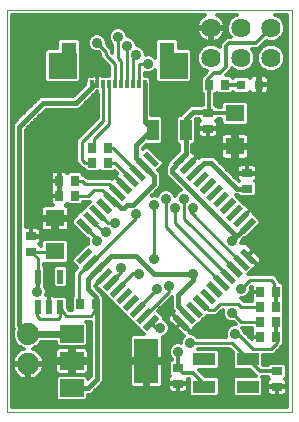
<source format=gtl>
G75*
G70*
%OFA0B0*%
%FSLAX24Y24*%
%IPPOS*%
%LPD*%
%AMOC8*
5,1,8,0,0,1.08239X$1,22.5*
%
%ADD10C,0.0000*%
%ADD11R,0.0354X0.0276*%
%ADD12R,0.0630X0.0551*%
%ADD13R,0.0276X0.0354*%
%ADD14R,0.0315X0.0315*%
%ADD15R,0.0591X0.0197*%
%ADD16R,0.0197X0.0591*%
%ADD17R,0.0748X0.0433*%
%ADD18R,0.0394X0.0709*%
%ADD19R,0.0217X0.0472*%
%ADD20C,0.0640*%
%ADD21R,0.0118X0.0315*%
%ADD22R,0.0945X0.0866*%
%ADD23R,0.0512X0.0335*%
%ADD24R,0.0787X0.0591*%
%ADD25R,0.0787X0.1496*%
%ADD26C,0.0740*%
%ADD27C,0.0120*%
%ADD28C,0.0350*%
%ADD29C,0.0100*%
%ADD30C,0.0160*%
%ADD31C,0.0240*%
D10*
X000160Y000476D02*
X009660Y000476D01*
X009660Y013876D01*
X000160Y013876D01*
X000160Y000476D01*
D11*
X000960Y005820D03*
X000960Y006332D03*
X005860Y001932D03*
X005860Y001420D03*
X009160Y001320D03*
X009160Y001832D03*
X008160Y007920D03*
X008160Y008432D03*
X006860Y009920D03*
X006860Y010432D03*
D12*
X007760Y010428D03*
X007760Y009325D03*
X001760Y006928D03*
X001760Y005825D03*
D13*
X001904Y007676D03*
X001904Y008176D03*
X002416Y008176D03*
X002416Y007676D03*
X003004Y008776D03*
X003004Y009276D03*
X003516Y009276D03*
X003516Y008776D03*
X003116Y004076D03*
X002604Y004076D03*
X006904Y011376D03*
X007416Y011376D03*
X008604Y004476D03*
X008604Y003976D03*
X008604Y003476D03*
X008604Y002976D03*
X009116Y002976D03*
X009116Y003476D03*
X009116Y003976D03*
X009116Y004476D03*
D14*
X008555Y011376D03*
X007965Y011376D03*
D15*
G36*
X005093Y008627D02*
X004676Y009042D01*
X004815Y009181D01*
X005232Y008766D01*
X005093Y008627D01*
G37*
G36*
X004871Y008404D02*
X004454Y008819D01*
X004593Y008958D01*
X005010Y008543D01*
X004871Y008404D01*
G37*
G36*
X004648Y008180D02*
X004231Y008595D01*
X004370Y008734D01*
X004787Y008319D01*
X004648Y008180D01*
G37*
G36*
X004426Y007957D02*
X004009Y008372D01*
X004148Y008511D01*
X004565Y008096D01*
X004426Y007957D01*
G37*
G36*
X004204Y007734D02*
X003787Y008149D01*
X003926Y008288D01*
X004343Y007873D01*
X004204Y007734D01*
G37*
G36*
X003982Y007511D02*
X003565Y007926D01*
X003704Y008065D01*
X004121Y007650D01*
X003982Y007511D01*
G37*
G36*
X003759Y007288D02*
X003342Y007703D01*
X003481Y007842D01*
X003898Y007427D01*
X003759Y007288D01*
G37*
G36*
X003537Y007065D02*
X003120Y007480D01*
X003259Y007619D01*
X003676Y007204D01*
X003537Y007065D01*
G37*
G36*
X003315Y006842D02*
X002898Y007257D01*
X003037Y007396D01*
X003454Y006981D01*
X003315Y006842D01*
G37*
G36*
X003092Y006619D02*
X002675Y007034D01*
X002814Y007173D01*
X003231Y006758D01*
X003092Y006619D01*
G37*
G36*
X002870Y006396D02*
X002453Y006811D01*
X002592Y006950D01*
X003009Y006535D01*
X002870Y006396D01*
G37*
G36*
X006105Y003172D02*
X005688Y003587D01*
X005827Y003726D01*
X006244Y003311D01*
X006105Y003172D01*
G37*
G36*
X006327Y003395D02*
X005910Y003810D01*
X006049Y003949D01*
X006466Y003534D01*
X006327Y003395D01*
G37*
G36*
X006550Y003618D02*
X006133Y004033D01*
X006272Y004172D01*
X006689Y003757D01*
X006550Y003618D01*
G37*
G36*
X006772Y003841D02*
X006355Y004256D01*
X006494Y004395D01*
X006911Y003980D01*
X006772Y003841D01*
G37*
G36*
X006994Y004064D02*
X006577Y004479D01*
X006716Y004618D01*
X007133Y004203D01*
X006994Y004064D01*
G37*
G36*
X007216Y004288D02*
X006799Y004703D01*
X006938Y004842D01*
X007355Y004427D01*
X007216Y004288D01*
G37*
G36*
X007439Y004511D02*
X007022Y004926D01*
X007161Y005065D01*
X007578Y004650D01*
X007439Y004511D01*
G37*
G36*
X007661Y004734D02*
X007244Y005149D01*
X007383Y005288D01*
X007800Y004873D01*
X007661Y004734D01*
G37*
G36*
X007883Y004957D02*
X007466Y005372D01*
X007605Y005511D01*
X008022Y005096D01*
X007883Y004957D01*
G37*
G36*
X008106Y005180D02*
X007689Y005595D01*
X007828Y005734D01*
X008245Y005319D01*
X008106Y005180D01*
G37*
G36*
X008328Y005403D02*
X007911Y005818D01*
X008050Y005957D01*
X008467Y005542D01*
X008328Y005403D01*
G37*
D16*
G36*
X008049Y006404D02*
X007910Y006543D01*
X008325Y006960D01*
X008464Y006821D01*
X008049Y006404D01*
G37*
G36*
X007826Y006627D02*
X007687Y006766D01*
X008102Y007183D01*
X008241Y007044D01*
X007826Y006627D01*
G37*
G36*
X007603Y006849D02*
X007464Y006988D01*
X007879Y007405D01*
X008018Y007266D01*
X007603Y006849D01*
G37*
G36*
X007380Y007071D02*
X007241Y007210D01*
X007656Y007627D01*
X007795Y007488D01*
X007380Y007071D01*
G37*
G36*
X007157Y007294D02*
X007018Y007433D01*
X007433Y007850D01*
X007572Y007711D01*
X007157Y007294D01*
G37*
G36*
X006934Y007516D02*
X006795Y007655D01*
X007210Y008072D01*
X007349Y007933D01*
X006934Y007516D01*
G37*
G36*
X006711Y007738D02*
X006572Y007877D01*
X006987Y008294D01*
X007126Y008155D01*
X006711Y007738D01*
G37*
G36*
X006488Y007960D02*
X006349Y008099D01*
X006764Y008516D01*
X006903Y008377D01*
X006488Y007960D01*
G37*
G36*
X006265Y008183D02*
X006126Y008322D01*
X006541Y008739D01*
X006680Y008600D01*
X006265Y008183D01*
G37*
G36*
X006041Y008405D02*
X005902Y008544D01*
X006317Y008961D01*
X006456Y008822D01*
X006041Y008405D01*
G37*
G36*
X005818Y008627D02*
X005679Y008766D01*
X006094Y009183D01*
X006233Y009044D01*
X005818Y008627D01*
G37*
G36*
X003264Y004726D02*
X003125Y004865D01*
X003540Y005282D01*
X003679Y005143D01*
X003264Y004726D01*
G37*
G36*
X003487Y004503D02*
X003348Y004642D01*
X003763Y005059D01*
X003902Y004920D01*
X003487Y004503D01*
G37*
G36*
X003710Y004281D02*
X003571Y004420D01*
X003986Y004837D01*
X004125Y004698D01*
X003710Y004281D01*
G37*
G36*
X003933Y004059D02*
X003794Y004198D01*
X004209Y004615D01*
X004348Y004476D01*
X003933Y004059D01*
G37*
G36*
X004156Y003836D02*
X004017Y003975D01*
X004432Y004392D01*
X004571Y004253D01*
X004156Y003836D01*
G37*
G36*
X004379Y003614D02*
X004240Y003753D01*
X004655Y004170D01*
X004794Y004031D01*
X004379Y003614D01*
G37*
G36*
X004603Y003392D02*
X004464Y003531D01*
X004879Y003948D01*
X005018Y003809D01*
X004603Y003392D01*
G37*
G36*
X004826Y003169D02*
X004687Y003308D01*
X005102Y003725D01*
X005241Y003586D01*
X004826Y003169D01*
G37*
G36*
X003041Y004948D02*
X002902Y005087D01*
X003317Y005504D01*
X003456Y005365D01*
X003041Y004948D01*
G37*
G36*
X002818Y005170D02*
X002679Y005309D01*
X003094Y005726D01*
X003233Y005587D01*
X002818Y005170D01*
G37*
G36*
X002595Y005392D02*
X002456Y005531D01*
X002871Y005948D01*
X003010Y005809D01*
X002595Y005392D01*
G37*
D17*
X006732Y002229D03*
X006732Y001324D03*
X008188Y001324D03*
X008188Y002229D03*
D18*
X006111Y009876D03*
X005009Y009876D03*
D19*
X001934Y004988D03*
X001934Y003965D03*
X001560Y003965D03*
X001186Y003965D03*
X001186Y004988D03*
D20*
X006960Y012276D03*
X006960Y013276D03*
X007960Y013276D03*
X007960Y012276D03*
X008960Y012276D03*
X008960Y013276D03*
D21*
X004746Y011392D03*
X004549Y011392D03*
X004352Y011392D03*
X004155Y011392D03*
X003958Y011392D03*
X003762Y011392D03*
X003565Y011392D03*
X003368Y011392D03*
X003171Y011392D03*
X002974Y011392D03*
D22*
X002010Y012022D03*
X005710Y012022D03*
D23*
X005494Y012622D03*
X002226Y012622D03*
D24*
X002320Y003082D03*
X002320Y002176D03*
X002320Y001271D03*
D25*
X004800Y002176D03*
D26*
X000860Y002076D03*
X000860Y003076D03*
D27*
X001008Y002586D02*
X001149Y002644D01*
X001292Y002787D01*
X001304Y002816D01*
X001786Y002816D01*
X001786Y002729D01*
X001868Y002647D01*
X002772Y002647D01*
X002854Y002729D01*
X002854Y003435D01*
X002802Y003486D01*
X002907Y003486D01*
X002928Y003473D01*
X002940Y003476D01*
X002940Y001667D01*
X002854Y001581D01*
X002854Y001624D01*
X002772Y001706D01*
X001868Y001706D01*
X001786Y001624D01*
X001786Y000918D01*
X001868Y000836D01*
X002772Y000836D01*
X002854Y000918D01*
X002854Y001051D01*
X002946Y001051D01*
X003251Y001356D01*
X003380Y001485D01*
X003380Y003828D01*
X003394Y003841D01*
X003394Y004312D01*
X003336Y004369D01*
X003336Y004412D01*
X003080Y004667D01*
X003080Y004682D01*
X003081Y004681D01*
X003165Y004597D01*
X003202Y004576D01*
X003219Y004571D01*
X003429Y004362D01*
X003430Y004362D01*
X003430Y004361D01*
X003652Y004140D01*
X003653Y004140D01*
X003653Y004139D01*
X003875Y003918D01*
X003876Y003918D01*
X003876Y003916D01*
X004098Y003696D01*
X004099Y003696D01*
X004099Y003694D01*
X004321Y003473D01*
X004323Y003473D01*
X004323Y003472D01*
X004544Y003251D01*
X004546Y003251D01*
X004546Y003249D01*
X004711Y003084D01*
X004385Y003084D01*
X004345Y003073D01*
X004308Y003052D01*
X004278Y003023D01*
X004257Y002986D01*
X004246Y002945D01*
X004246Y002236D01*
X004740Y002236D01*
X004740Y002116D01*
X004860Y002116D01*
X004860Y001268D01*
X005215Y001268D01*
X005256Y001279D01*
X005292Y001300D01*
X005322Y001330D01*
X005343Y001367D01*
X005354Y001407D01*
X005354Y002116D01*
X004860Y002116D01*
X004860Y002236D01*
X005354Y002236D01*
X005354Y002945D01*
X005347Y002971D01*
X005438Y003009D01*
X005527Y003098D01*
X005575Y003214D01*
X005575Y003339D01*
X005527Y003455D01*
X005438Y003543D01*
X005382Y003567D01*
X005382Y003645D01*
X005183Y003843D01*
X005639Y004299D01*
X005640Y004300D01*
X005640Y003909D01*
X005711Y003838D01*
X005643Y003770D01*
X005559Y003686D01*
X005538Y003649D01*
X005527Y003609D01*
X005527Y003566D01*
X005538Y003526D01*
X005559Y003489D01*
X005783Y003266D01*
X005966Y003449D01*
X006288Y003128D01*
X005966Y003449D01*
X005966Y003449D01*
X005783Y003266D01*
X006008Y003043D01*
X006044Y003022D01*
X006057Y003018D01*
X005993Y002955D01*
X005945Y002839D01*
X005945Y002782D01*
X005923Y002791D01*
X005797Y002791D01*
X005682Y002743D01*
X005593Y002655D01*
X005545Y002539D01*
X005545Y002414D01*
X005593Y002298D01*
X005660Y002231D01*
X005660Y002210D01*
X005625Y002210D01*
X005543Y002128D01*
X005543Y001736D01*
X005590Y001689D01*
X005585Y001686D01*
X005555Y001656D01*
X005534Y001620D01*
X005523Y001579D01*
X005523Y001429D01*
X005851Y001429D01*
X005851Y001412D01*
X005523Y001412D01*
X005523Y001262D01*
X005534Y001221D01*
X005555Y001184D01*
X005585Y001155D01*
X005621Y001134D01*
X005662Y001123D01*
X005851Y001123D01*
X005851Y001412D01*
X005869Y001412D01*
X005869Y001429D01*
X006197Y001429D01*
X006197Y001576D01*
X006218Y001576D01*
X006218Y001049D01*
X006300Y000967D01*
X007164Y000967D01*
X007246Y001049D01*
X007246Y001598D01*
X007164Y001680D01*
X006739Y001680D01*
X006547Y001873D01*
X007164Y001873D01*
X007246Y001955D01*
X007246Y002504D01*
X007164Y002586D01*
X006515Y002586D01*
X006515Y002586D01*
X007562Y002586D01*
X007674Y002474D01*
X007674Y001955D01*
X007756Y001873D01*
X008262Y001873D01*
X008385Y001749D01*
X008454Y001680D01*
X007756Y001680D01*
X007674Y001598D01*
X007674Y001049D01*
X007756Y000967D01*
X008620Y000967D01*
X008702Y001049D01*
X008702Y001598D01*
X008668Y001632D01*
X008847Y001632D01*
X008890Y001589D01*
X008885Y001586D01*
X008855Y001556D01*
X008834Y001520D01*
X008823Y001479D01*
X008823Y001329D01*
X009151Y001329D01*
X009151Y001312D01*
X008823Y001312D01*
X008823Y001162D01*
X008834Y001121D01*
X008855Y001084D01*
X008885Y001055D01*
X008921Y001034D01*
X008962Y001023D01*
X009151Y001023D01*
X009151Y001312D01*
X009169Y001312D01*
X009169Y001329D01*
X009497Y001329D01*
X009497Y001479D01*
X009486Y001520D01*
X009465Y001556D01*
X009435Y001586D01*
X009430Y001589D01*
X009477Y001636D01*
X009477Y002028D01*
X009395Y002110D01*
X008925Y002110D01*
X008847Y002032D01*
X008702Y002032D01*
X008702Y002386D01*
X009039Y002386D01*
X009239Y002586D01*
X009312Y002659D01*
X009394Y002741D01*
X009394Y003212D01*
X009379Y003226D01*
X009394Y003241D01*
X009394Y003712D01*
X009379Y003726D01*
X009394Y003741D01*
X009394Y004212D01*
X009379Y004226D01*
X009394Y004241D01*
X009394Y004712D01*
X009312Y004794D01*
X009250Y004794D01*
X009250Y004855D01*
X009139Y004966D01*
X009039Y005066D01*
X008192Y005066D01*
X008373Y005248D01*
X008391Y005253D01*
X008427Y005274D01*
X008512Y005359D01*
X008596Y005443D01*
X008617Y005480D01*
X008628Y005521D01*
X008628Y005563D01*
X008617Y005603D01*
X008596Y005640D01*
X008371Y005863D01*
X008147Y006086D01*
X008111Y006107D01*
X008070Y006118D01*
X008028Y006118D01*
X007987Y006107D01*
X007968Y006096D01*
X007975Y006114D01*
X007975Y006180D01*
X007980Y006185D01*
X007980Y006185D01*
X008058Y006264D01*
X008107Y006264D01*
X008606Y006764D01*
X008605Y006880D01*
X008396Y007089D01*
X008391Y007106D01*
X008370Y007143D01*
X008286Y007227D01*
X007964Y006905D01*
X008286Y007227D01*
X008201Y007311D01*
X008164Y007332D01*
X008147Y007337D01*
X007938Y007546D01*
X007936Y007546D01*
X007936Y007547D01*
X007782Y007700D01*
X007867Y007700D01*
X007925Y007643D01*
X008395Y007643D01*
X008477Y007725D01*
X008477Y008116D01*
X008430Y008163D01*
X008435Y008166D01*
X008465Y008196D01*
X008486Y008233D01*
X008497Y008273D01*
X008497Y008423D01*
X008169Y008423D01*
X008169Y008441D01*
X008497Y008441D01*
X008497Y008591D01*
X008486Y008632D01*
X008465Y008668D01*
X008435Y008698D01*
X008399Y008719D01*
X008358Y008730D01*
X008169Y008730D01*
X008169Y008441D01*
X008151Y008441D01*
X008151Y008423D01*
X007823Y008423D01*
X007823Y008273D01*
X007834Y008233D01*
X007855Y008196D01*
X007885Y008166D01*
X007890Y008163D01*
X007887Y008160D01*
X007051Y008996D01*
X006627Y008996D01*
X006569Y008938D01*
X006501Y009006D01*
X006416Y009090D01*
X006380Y009111D01*
X006362Y009116D01*
X006331Y009146D01*
X006331Y009382D01*
X006366Y009382D01*
X006448Y009464D01*
X006448Y010253D01*
X006451Y010256D01*
X006543Y010256D01*
X006543Y010236D01*
X006590Y010189D01*
X006585Y010186D01*
X006555Y010156D01*
X006534Y010120D01*
X006523Y010079D01*
X006523Y009929D01*
X006851Y009929D01*
X006851Y009912D01*
X006523Y009912D01*
X006523Y009762D01*
X006534Y009721D01*
X006555Y009684D01*
X006585Y009655D01*
X006621Y009634D01*
X006662Y009623D01*
X006851Y009623D01*
X006851Y009912D01*
X006869Y009912D01*
X006869Y009929D01*
X007197Y009929D01*
X007197Y010079D01*
X007186Y010120D01*
X007165Y010156D01*
X007135Y010186D01*
X007130Y010189D01*
X007173Y010232D01*
X007305Y010232D01*
X007305Y010094D01*
X007387Y010012D01*
X008133Y010012D01*
X008215Y010094D01*
X008215Y010761D01*
X008133Y010843D01*
X007387Y010843D01*
X007305Y010761D01*
X007305Y010632D01*
X007173Y010632D01*
X007104Y010701D01*
X007104Y011063D01*
X007160Y011119D01*
X007220Y011059D01*
X007612Y011059D01*
X007690Y011138D01*
X007749Y011079D01*
X008180Y011079D01*
X008252Y011151D01*
X008270Y011121D01*
X008300Y011091D01*
X008336Y011070D01*
X008377Y011059D01*
X008537Y011059D01*
X008537Y011358D01*
X008574Y011358D01*
X008574Y011395D01*
X009500Y011395D01*
X009500Y011513D02*
X008873Y011513D01*
X008873Y011555D02*
X008862Y011596D01*
X008841Y011632D01*
X009500Y011632D01*
X009500Y011750D02*
X007517Y011750D01*
X007460Y011694D02*
X007660Y011894D01*
X007660Y011926D01*
X007699Y011886D01*
X007868Y011816D01*
X008051Y011816D01*
X008221Y011886D01*
X008350Y012016D01*
X008420Y012185D01*
X008420Y012368D01*
X008350Y012537D01*
X008311Y012576D01*
X008543Y012576D01*
X008660Y012694D01*
X008808Y012841D01*
X008868Y012816D01*
X009051Y012816D01*
X009221Y012886D01*
X009350Y013016D01*
X009420Y013185D01*
X009420Y013368D01*
X009350Y013537D01*
X009221Y013666D01*
X009100Y013716D01*
X009500Y013716D01*
X009500Y000636D01*
X000320Y000636D01*
X000320Y013716D01*
X006766Y013716D01*
X006708Y013687D01*
X006647Y013642D01*
X006594Y013589D01*
X006549Y013528D01*
X000320Y013528D01*
X000320Y013646D02*
X006653Y013646D01*
X006549Y013528D02*
X006515Y013461D01*
X006492Y013389D01*
X006480Y013314D01*
X006480Y013305D01*
X006931Y013305D01*
X006931Y013248D01*
X006480Y013248D01*
X006480Y013239D01*
X006492Y013164D01*
X006515Y013092D01*
X006549Y013025D01*
X006594Y012964D01*
X006647Y012910D01*
X006708Y012866D01*
X006776Y012832D01*
X006848Y012808D01*
X006922Y012796D01*
X006931Y012796D01*
X006931Y013248D01*
X006989Y013248D01*
X006989Y013305D01*
X007440Y013305D01*
X007440Y013314D01*
X007428Y013389D01*
X007405Y013461D01*
X007371Y013528D01*
X007566Y013528D01*
X007570Y013537D02*
X007500Y013368D01*
X007500Y013185D01*
X007570Y013016D01*
X007609Y012976D01*
X007477Y012976D01*
X007377Y012876D01*
X007260Y012759D01*
X007260Y012627D01*
X007221Y012666D01*
X007051Y012736D01*
X006868Y012736D01*
X006699Y012666D01*
X006570Y012537D01*
X006500Y012368D01*
X006500Y012185D01*
X006570Y012016D01*
X006699Y011886D01*
X006832Y011831D01*
X006777Y011776D01*
X006660Y011659D01*
X006660Y011645D01*
X006626Y011612D01*
X006626Y011141D01*
X006704Y011063D01*
X006704Y010710D01*
X006625Y010710D01*
X006611Y010696D01*
X006269Y010696D01*
X006140Y010567D01*
X005943Y010371D01*
X005856Y010371D01*
X005774Y010289D01*
X005774Y009464D01*
X005856Y009382D01*
X005891Y009382D01*
X005891Y009178D01*
X005538Y008824D01*
X005538Y008766D01*
X005440Y008667D01*
X005440Y008385D01*
X005952Y007873D01*
X005882Y007843D01*
X005793Y007755D01*
X005760Y007675D01*
X005727Y007755D01*
X005638Y007843D01*
X005523Y007891D01*
X005397Y007891D01*
X005282Y007843D01*
X005193Y007755D01*
X005160Y007676D01*
X005123Y007691D01*
X004997Y007691D01*
X004978Y007683D01*
X005280Y007985D01*
X005280Y008444D01*
X005195Y008529D01*
X005373Y008707D01*
X005373Y008823D01*
X004872Y009322D01*
X004756Y009322D01*
X004680Y009245D01*
X004680Y009285D01*
X004777Y009382D01*
X005264Y009382D01*
X005346Y009464D01*
X005346Y010289D01*
X005264Y010371D01*
X004966Y010371D01*
X004966Y011483D01*
X004945Y011504D01*
X004945Y011608D01*
X004863Y011690D01*
X004739Y011690D01*
X004739Y011786D01*
X004797Y011761D01*
X004923Y011761D01*
X005038Y011809D01*
X005098Y011869D01*
X005098Y011531D01*
X005180Y011449D01*
X006241Y011449D01*
X006323Y011531D01*
X006323Y012513D01*
X006241Y012595D01*
X005890Y012595D01*
X005890Y012848D01*
X005808Y012930D01*
X005180Y012930D01*
X005098Y012848D01*
X005098Y012284D01*
X005038Y012343D01*
X004923Y012391D01*
X004797Y012391D01*
X004775Y012382D01*
X004775Y012439D01*
X004727Y012555D01*
X004638Y012643D01*
X004523Y012691D01*
X004475Y012691D01*
X004475Y012739D01*
X004427Y012855D01*
X004338Y012943D01*
X004223Y012991D01*
X004175Y012991D01*
X004175Y013039D01*
X004127Y013155D01*
X004038Y013243D01*
X003923Y013291D01*
X003797Y013291D01*
X003682Y013243D01*
X003593Y013155D01*
X003545Y013039D01*
X003545Y012914D01*
X003593Y012798D01*
X003670Y012721D01*
X003670Y012435D01*
X003650Y012455D01*
X003650Y012555D01*
X003475Y012730D01*
X003475Y012839D01*
X003427Y012955D01*
X003338Y013043D01*
X003223Y013091D01*
X003097Y013091D01*
X002982Y013043D01*
X002893Y012955D01*
X002845Y012839D01*
X002845Y012714D01*
X002893Y012598D01*
X002982Y012509D01*
X003097Y012461D01*
X002622Y012461D01*
X002622Y012343D02*
X003270Y012343D01*
X003270Y012298D02*
X003381Y012186D01*
X003572Y011996D01*
X003572Y011690D01*
X003308Y011690D01*
X003292Y011699D01*
X003251Y011710D01*
X003171Y011710D01*
X003091Y011710D01*
X003050Y011699D01*
X003034Y011690D01*
X002857Y011690D01*
X002775Y011608D01*
X002775Y011504D01*
X002754Y011483D01*
X002754Y011382D01*
X002369Y010996D01*
X001269Y010996D01*
X000469Y010196D01*
X000340Y010067D01*
X000340Y003285D01*
X000379Y003247D01*
X000350Y003178D01*
X000350Y002975D01*
X000428Y002787D01*
X000571Y002644D01*
X000712Y002586D01*
X000657Y002568D01*
X000582Y002530D01*
X000515Y002481D01*
X000456Y002422D01*
X000407Y002354D01*
X000369Y002280D01*
X000343Y002200D01*
X000330Y002118D01*
X000330Y002116D01*
X000820Y002116D01*
X000820Y002036D01*
X000900Y002036D01*
X000900Y001546D01*
X000902Y001546D01*
X000984Y001559D01*
X001786Y001559D01*
X001786Y001441D02*
X000320Y001441D01*
X000320Y001559D02*
X000736Y001559D01*
X000818Y001546D01*
X000820Y001546D01*
X000820Y002036D01*
X000330Y002036D01*
X000330Y002035D01*
X000343Y001952D01*
X000369Y001873D01*
X000407Y001799D01*
X000456Y001731D01*
X000515Y001672D01*
X000582Y001623D01*
X000657Y001585D01*
X000736Y001559D01*
X000820Y001559D02*
X000900Y001559D01*
X000984Y001559D02*
X001063Y001585D01*
X001138Y001623D01*
X001205Y001672D01*
X001264Y001731D01*
X001313Y001799D01*
X001351Y001873D01*
X001377Y001952D01*
X001390Y002035D01*
X001390Y002036D01*
X000900Y002036D01*
X000900Y002116D01*
X001390Y002116D01*
X001390Y002118D01*
X001377Y002200D01*
X001351Y002280D01*
X001313Y002354D01*
X001264Y002422D01*
X001205Y002481D01*
X001138Y002530D01*
X001063Y002568D01*
X001008Y002586D01*
X001105Y002626D02*
X001884Y002626D01*
X001864Y002621D02*
X001828Y002600D01*
X001798Y002570D01*
X001777Y002533D01*
X001766Y002493D01*
X001766Y002236D01*
X002260Y002236D01*
X002260Y002116D01*
X002380Y002116D01*
X002380Y001721D01*
X002735Y001721D01*
X002775Y001732D01*
X002812Y001753D01*
X002842Y001783D01*
X002863Y001819D01*
X002874Y001860D01*
X002874Y002116D01*
X002380Y002116D01*
X002380Y002236D01*
X002874Y002236D01*
X002874Y002493D01*
X002863Y002533D01*
X002842Y002570D01*
X002812Y002600D01*
X002775Y002621D01*
X002735Y002632D01*
X002380Y002632D01*
X002380Y002236D01*
X002260Y002236D01*
X002260Y002632D01*
X001905Y002632D01*
X001864Y002621D01*
X001786Y002744D02*
X001249Y002744D01*
X001168Y002507D02*
X001770Y002507D01*
X001766Y002389D02*
X001288Y002389D01*
X001354Y002270D02*
X001766Y002270D01*
X001766Y002116D02*
X001766Y001860D01*
X001777Y001819D01*
X001798Y001783D01*
X001828Y001753D01*
X001864Y001732D01*
X001905Y001721D01*
X002260Y001721D01*
X002260Y002116D01*
X001766Y002116D01*
X001766Y002033D02*
X001390Y002033D01*
X001385Y002152D02*
X002260Y002152D01*
X002260Y002270D02*
X002380Y002270D01*
X002380Y002152D02*
X002940Y002152D01*
X002940Y002270D02*
X002874Y002270D01*
X002874Y002389D02*
X002940Y002389D01*
X002940Y002507D02*
X002870Y002507D01*
X002940Y002626D02*
X002756Y002626D01*
X002854Y002744D02*
X002940Y002744D01*
X002940Y002863D02*
X002854Y002863D01*
X002854Y002981D02*
X002940Y002981D01*
X002940Y003100D02*
X002854Y003100D01*
X002854Y003218D02*
X002940Y003218D01*
X002940Y003337D02*
X002854Y003337D01*
X002833Y003455D02*
X002940Y003455D01*
X003380Y003455D02*
X004339Y003455D01*
X004458Y003337D02*
X003380Y003337D01*
X003380Y003218D02*
X004577Y003218D01*
X004696Y003100D02*
X003380Y003100D01*
X003380Y002981D02*
X004256Y002981D01*
X004246Y002863D02*
X003380Y002863D01*
X003380Y002744D02*
X004246Y002744D01*
X004246Y002626D02*
X003380Y002626D01*
X003380Y002507D02*
X004246Y002507D01*
X004246Y002389D02*
X003380Y002389D01*
X003380Y002270D02*
X004246Y002270D01*
X004246Y002116D02*
X004246Y001407D01*
X004257Y001367D01*
X004278Y001330D01*
X004308Y001300D01*
X004345Y001279D01*
X004385Y001268D01*
X004740Y001268D01*
X004740Y002116D01*
X004246Y002116D01*
X004246Y002033D02*
X003380Y002033D01*
X003380Y001915D02*
X004246Y001915D01*
X004246Y001796D02*
X003380Y001796D01*
X003380Y001678D02*
X004246Y001678D01*
X004246Y001559D02*
X003380Y001559D01*
X003336Y001441D02*
X004246Y001441D01*
X004286Y001322D02*
X003217Y001322D01*
X003099Y001204D02*
X005544Y001204D01*
X005523Y001322D02*
X005314Y001322D01*
X005354Y001441D02*
X005523Y001441D01*
X005523Y001559D02*
X005354Y001559D01*
X005354Y001678D02*
X005576Y001678D01*
X005543Y001796D02*
X005354Y001796D01*
X005354Y001915D02*
X005543Y001915D01*
X005543Y002033D02*
X005354Y002033D01*
X005354Y002270D02*
X005620Y002270D01*
X005567Y002152D02*
X004860Y002152D01*
X004860Y002033D02*
X004740Y002033D01*
X004740Y001915D02*
X004860Y001915D01*
X004860Y001796D02*
X004740Y001796D01*
X004740Y001678D02*
X004860Y001678D01*
X004860Y001559D02*
X004740Y001559D01*
X004740Y001441D02*
X004860Y001441D01*
X004860Y001322D02*
X004740Y001322D01*
X004740Y002152D02*
X003380Y002152D01*
X002940Y002033D02*
X002874Y002033D01*
X002874Y001915D02*
X002940Y001915D01*
X002940Y001796D02*
X002849Y001796D01*
X002800Y001678D02*
X002940Y001678D01*
X002980Y001085D02*
X006218Y001085D01*
X006135Y001155D02*
X006165Y001184D01*
X006186Y001221D01*
X006197Y001262D01*
X006197Y001412D01*
X005869Y001412D01*
X005869Y001123D01*
X006058Y001123D01*
X006099Y001134D01*
X006135Y001155D01*
X006176Y001204D02*
X006218Y001204D01*
X006218Y001322D02*
X006197Y001322D01*
X006197Y001441D02*
X006218Y001441D01*
X006218Y001559D02*
X006197Y001559D01*
X006360Y001776D02*
X006732Y001405D01*
X006732Y001324D01*
X006623Y001796D02*
X008338Y001796D01*
X008585Y001832D02*
X008188Y002229D01*
X008585Y001832D02*
X009160Y001832D01*
X009477Y001796D02*
X009500Y001796D01*
X009500Y001678D02*
X009477Y001678D01*
X009462Y001559D02*
X009500Y001559D01*
X009497Y001441D02*
X009500Y001441D01*
X009500Y001322D02*
X009169Y001322D01*
X009169Y001312D02*
X009497Y001312D01*
X009497Y001162D01*
X009486Y001121D01*
X009465Y001084D01*
X009435Y001055D01*
X009399Y001034D01*
X009358Y001023D01*
X009169Y001023D01*
X009169Y001312D01*
X009151Y001322D02*
X008702Y001322D01*
X008702Y001204D02*
X008823Y001204D01*
X008854Y001085D02*
X008702Y001085D01*
X008702Y001441D02*
X008823Y001441D01*
X008858Y001559D02*
X008702Y001559D01*
X008702Y002033D02*
X008848Y002033D01*
X008702Y002152D02*
X009500Y002152D01*
X009500Y002270D02*
X008702Y002270D01*
X009041Y002389D02*
X009500Y002389D01*
X009500Y002507D02*
X009160Y002507D01*
X009278Y002626D02*
X009500Y002626D01*
X009500Y002744D02*
X009394Y002744D01*
X009312Y002659D02*
X009312Y002659D01*
X009394Y002863D02*
X009500Y002863D01*
X009500Y002981D02*
X009394Y002981D01*
X009394Y003100D02*
X009500Y003100D01*
X009500Y003218D02*
X009387Y003218D01*
X009394Y003337D02*
X009500Y003337D01*
X009500Y003455D02*
X009394Y003455D01*
X009394Y003574D02*
X009500Y003574D01*
X009500Y003692D02*
X009394Y003692D01*
X009394Y003811D02*
X009500Y003811D01*
X009500Y003929D02*
X009394Y003929D01*
X009394Y004048D02*
X009500Y004048D01*
X009500Y004166D02*
X009394Y004166D01*
X009394Y004285D02*
X009500Y004285D01*
X009500Y004403D02*
X009394Y004403D01*
X009394Y004522D02*
X009500Y004522D01*
X009500Y004640D02*
X009394Y004640D01*
X009346Y004759D02*
X009500Y004759D01*
X009500Y004877D02*
X009228Y004877D01*
X009109Y004996D02*
X009500Y004996D01*
X009500Y005114D02*
X008240Y005114D01*
X008358Y005233D02*
X009500Y005233D01*
X009500Y005351D02*
X008504Y005351D01*
X008512Y005359D02*
X008189Y005680D01*
X008189Y005680D01*
X008371Y005863D01*
X008189Y005680D01*
X008189Y005680D01*
X008512Y005359D01*
X008611Y005470D02*
X009500Y005470D01*
X009500Y005588D02*
X008621Y005588D01*
X008528Y005707D02*
X009500Y005707D01*
X009500Y005825D02*
X008409Y005825D01*
X008334Y005825D02*
X008334Y005825D01*
X008290Y005944D02*
X009500Y005944D01*
X009500Y006062D02*
X008171Y006062D01*
X007976Y006181D02*
X009500Y006181D01*
X009500Y006299D02*
X008142Y006299D01*
X008261Y006418D02*
X009500Y006418D01*
X009500Y006536D02*
X008379Y006536D01*
X008497Y006655D02*
X009500Y006655D01*
X009500Y006773D02*
X008606Y006773D01*
X008594Y006892D02*
X009500Y006892D01*
X009500Y007010D02*
X008475Y007010D01*
X008378Y007129D02*
X009500Y007129D01*
X009500Y007247D02*
X008265Y007247D01*
X008188Y007129D02*
X008188Y007129D01*
X008070Y007010D02*
X008070Y007010D01*
X007964Y006905D02*
X007964Y006905D01*
X008118Y007366D02*
X009500Y007366D01*
X009500Y007484D02*
X007999Y007484D01*
X007880Y007603D02*
X009500Y007603D01*
X009500Y007721D02*
X008474Y007721D01*
X008477Y007840D02*
X009500Y007840D01*
X009500Y007958D02*
X008477Y007958D01*
X008477Y008077D02*
X009500Y008077D01*
X009500Y008195D02*
X008464Y008195D01*
X008497Y008314D02*
X009500Y008314D01*
X009500Y008432D02*
X008169Y008432D01*
X008151Y008432D02*
X007615Y008432D01*
X007734Y008314D02*
X007823Y008314D01*
X007852Y008195D02*
X007856Y008195D01*
X007823Y008441D02*
X008151Y008441D01*
X008151Y008730D01*
X007962Y008730D01*
X007921Y008719D01*
X007885Y008698D01*
X007855Y008668D01*
X007834Y008632D01*
X007823Y008591D01*
X007823Y008441D01*
X007823Y008551D02*
X007497Y008551D01*
X007378Y008669D02*
X007856Y008669D01*
X007820Y008890D02*
X008096Y008890D01*
X008137Y008900D01*
X008173Y008922D01*
X008203Y008951D01*
X008224Y008988D01*
X008235Y009029D01*
X008235Y009265D01*
X007820Y009265D01*
X007820Y008890D01*
X007820Y008906D02*
X007700Y008906D01*
X007700Y008890D02*
X007424Y008890D01*
X007383Y008900D01*
X007347Y008922D01*
X007317Y008951D01*
X007296Y008988D01*
X007285Y009029D01*
X007285Y009265D01*
X007700Y009265D01*
X007820Y009265D01*
X007820Y009385D01*
X008235Y009385D01*
X008235Y009622D01*
X008224Y009663D01*
X008203Y009699D01*
X008173Y009729D01*
X008137Y009750D01*
X008096Y009761D01*
X007820Y009761D01*
X007820Y009385D01*
X007700Y009385D01*
X007700Y009265D01*
X007700Y008890D01*
X007700Y009025D02*
X007820Y009025D01*
X007820Y009143D02*
X007700Y009143D01*
X007700Y009262D02*
X007820Y009262D01*
X007820Y009380D02*
X009500Y009380D01*
X009500Y009262D02*
X008235Y009262D01*
X008235Y009143D02*
X009500Y009143D01*
X009500Y009025D02*
X008234Y009025D01*
X008147Y008906D02*
X009500Y008906D01*
X009500Y008788D02*
X007260Y008788D01*
X007373Y008906D02*
X007141Y008906D01*
X007286Y009025D02*
X006481Y009025D01*
X006501Y009006D02*
X006179Y008683D01*
X006179Y008683D01*
X006501Y009006D01*
X006402Y008906D02*
X006402Y008906D01*
X006284Y008788D02*
X006284Y008788D01*
X006334Y009143D02*
X007285Y009143D01*
X007285Y009262D02*
X006331Y009262D01*
X006331Y009380D02*
X007700Y009380D01*
X007700Y009385D02*
X007285Y009385D01*
X007285Y009622D01*
X007296Y009663D01*
X007317Y009699D01*
X007347Y009729D01*
X007383Y009750D01*
X007424Y009761D01*
X007700Y009761D01*
X007700Y009385D01*
X007700Y009499D02*
X007820Y009499D01*
X007820Y009617D02*
X007700Y009617D01*
X007700Y009736D02*
X007820Y009736D01*
X008161Y009736D02*
X009500Y009736D01*
X009500Y009854D02*
X007197Y009854D01*
X007197Y009912D02*
X006869Y009912D01*
X006869Y009623D01*
X007058Y009623D01*
X007099Y009634D01*
X007135Y009655D01*
X007165Y009684D01*
X007186Y009721D01*
X007197Y009762D01*
X007197Y009912D01*
X007197Y009973D02*
X009500Y009973D01*
X009500Y010091D02*
X008212Y010091D01*
X008215Y010210D02*
X009500Y010210D01*
X009500Y010328D02*
X008215Y010328D01*
X008215Y010447D02*
X009500Y010447D01*
X009500Y010565D02*
X008215Y010565D01*
X008215Y010684D02*
X009500Y010684D01*
X009500Y010802D02*
X008174Y010802D01*
X008574Y011059D02*
X008574Y011358D01*
X008873Y011358D01*
X008873Y011198D01*
X008862Y011157D01*
X008841Y011121D01*
X008811Y011091D01*
X008775Y011070D01*
X008734Y011059D01*
X008574Y011059D01*
X008574Y011158D02*
X008537Y011158D01*
X008537Y011276D02*
X008574Y011276D01*
X008574Y011395D02*
X008873Y011395D01*
X008873Y011555D01*
X008841Y011632D02*
X008811Y011662D01*
X008775Y011683D01*
X008734Y011694D01*
X008574Y011694D01*
X008574Y011395D01*
X008537Y011395D01*
X008537Y011694D01*
X008377Y011694D01*
X008336Y011683D01*
X008300Y011662D01*
X008270Y011632D01*
X008252Y011602D01*
X008180Y011674D01*
X007749Y011674D01*
X007690Y011615D01*
X007612Y011694D01*
X007460Y011694D01*
X007260Y011776D02*
X007460Y011976D01*
X007460Y012676D01*
X007560Y012776D01*
X008460Y012776D01*
X008960Y013276D01*
X009270Y012935D02*
X009500Y012935D01*
X009500Y012817D02*
X009053Y012817D01*
X009051Y012736D02*
X008868Y012736D01*
X008699Y012666D01*
X008570Y012537D01*
X008500Y012368D01*
X008500Y012185D01*
X008570Y012016D01*
X008699Y011886D01*
X008868Y011816D01*
X009051Y011816D01*
X009221Y011886D01*
X009350Y012016D01*
X009420Y012185D01*
X009420Y012368D01*
X009350Y012537D01*
X009221Y012666D01*
X009051Y012736D01*
X009143Y012698D02*
X009500Y012698D01*
X009500Y012580D02*
X009307Y012580D01*
X009381Y012461D02*
X009500Y012461D01*
X009500Y012343D02*
X009420Y012343D01*
X009420Y012224D02*
X009500Y012224D01*
X009500Y012106D02*
X009387Y012106D01*
X009322Y011987D02*
X009500Y011987D01*
X009500Y011869D02*
X009178Y011869D01*
X008742Y011869D02*
X008178Y011869D01*
X008222Y011632D02*
X008270Y011632D01*
X008322Y011987D02*
X008598Y011987D01*
X008533Y012106D02*
X008387Y012106D01*
X008420Y012224D02*
X008500Y012224D01*
X008500Y012343D02*
X008420Y012343D01*
X008381Y012461D02*
X008539Y012461D01*
X008546Y012580D02*
X008613Y012580D01*
X008665Y012698D02*
X008777Y012698D01*
X008783Y012817D02*
X008867Y012817D01*
X009366Y013054D02*
X009500Y013054D01*
X009500Y013172D02*
X009415Y013172D01*
X009420Y013291D02*
X009500Y013291D01*
X009500Y013409D02*
X009403Y013409D01*
X009354Y013528D02*
X009500Y013528D01*
X009500Y013646D02*
X009240Y013646D01*
X008574Y011632D02*
X008537Y011632D01*
X008537Y011513D02*
X008574Y011513D01*
X008873Y011276D02*
X009500Y011276D01*
X009500Y011158D02*
X008862Y011158D01*
X009500Y011039D02*
X007104Y011039D01*
X007104Y010921D02*
X009500Y010921D01*
X009500Y009617D02*
X008235Y009617D01*
X008235Y009499D02*
X009500Y009499D01*
X009500Y008669D02*
X008464Y008669D01*
X008497Y008551D02*
X009500Y008551D01*
X008169Y008551D02*
X008151Y008551D01*
X008151Y008669D02*
X008169Y008669D01*
X007359Y009736D02*
X007190Y009736D01*
X007285Y009617D02*
X006448Y009617D01*
X006448Y009499D02*
X007285Y009499D01*
X006869Y009736D02*
X006851Y009736D01*
X006851Y009854D02*
X006869Y009854D01*
X006523Y009854D02*
X006448Y009854D01*
X006448Y009736D02*
X006530Y009736D01*
X006523Y009973D02*
X006448Y009973D01*
X006448Y010091D02*
X006526Y010091D01*
X006569Y010210D02*
X006448Y010210D01*
X006138Y010565D02*
X004966Y010565D01*
X004966Y010447D02*
X006019Y010447D01*
X006140Y010567D02*
X006140Y010567D01*
X006256Y010684D02*
X004966Y010684D01*
X004966Y010802D02*
X006704Y010802D01*
X006704Y010921D02*
X004966Y010921D01*
X004966Y011039D02*
X006704Y011039D01*
X006626Y011158D02*
X004966Y011158D01*
X004966Y011276D02*
X006626Y011276D01*
X006626Y011395D02*
X004966Y011395D01*
X004945Y011513D02*
X005116Y011513D01*
X005098Y011632D02*
X004921Y011632D01*
X005098Y011750D02*
X004739Y011750D01*
X005039Y012343D02*
X005098Y012343D01*
X005098Y012461D02*
X004766Y012461D01*
X004702Y012580D02*
X005098Y012580D01*
X005098Y012698D02*
X004475Y012698D01*
X004443Y012817D02*
X005098Y012817D01*
X005890Y012817D02*
X006821Y012817D01*
X006931Y012817D02*
X006989Y012817D01*
X006989Y012796D02*
X006998Y012796D01*
X007072Y012808D01*
X007144Y012832D01*
X007212Y012866D01*
X007273Y012910D01*
X007326Y012964D01*
X007371Y013025D01*
X007405Y013092D01*
X007428Y013164D01*
X007440Y013239D01*
X007440Y013248D01*
X006989Y013248D01*
X006989Y012796D01*
X006989Y012935D02*
X006931Y012935D01*
X006931Y013054D02*
X006989Y013054D01*
X006989Y013172D02*
X006931Y013172D01*
X006931Y013291D02*
X003924Y013291D01*
X003796Y013291D02*
X000320Y013291D01*
X000320Y013409D02*
X006499Y013409D01*
X006490Y013172D02*
X004109Y013172D01*
X004169Y013054D02*
X006535Y013054D01*
X006622Y012935D02*
X004346Y012935D01*
X003670Y012698D02*
X003507Y012698D01*
X003475Y012817D02*
X003585Y012817D01*
X003545Y012935D02*
X003435Y012935D01*
X003551Y013054D02*
X003313Y013054D01*
X003007Y013054D02*
X000320Y013054D01*
X000320Y013172D02*
X003611Y013172D01*
X003625Y012580D02*
X003670Y012580D01*
X003670Y012461D02*
X003650Y012461D01*
X003462Y012106D02*
X002622Y012106D01*
X002622Y012224D02*
X003343Y012224D01*
X003270Y012298D02*
X003270Y012398D01*
X003206Y012461D01*
X003097Y012461D01*
X002911Y012580D02*
X002622Y012580D01*
X002622Y012698D02*
X002851Y012698D01*
X002845Y012817D02*
X002622Y012817D01*
X002622Y012848D02*
X002540Y012930D01*
X001912Y012930D01*
X001830Y012848D01*
X001830Y012595D01*
X001479Y012595D01*
X001397Y012513D01*
X001397Y011531D01*
X001479Y011449D01*
X002540Y011449D01*
X002622Y011531D01*
X002622Y012848D01*
X002885Y012935D02*
X000320Y012935D01*
X000320Y012817D02*
X001830Y012817D01*
X001830Y012698D02*
X000320Y012698D01*
X000320Y012580D02*
X001464Y012580D01*
X001397Y012461D02*
X000320Y012461D01*
X000320Y012343D02*
X001397Y012343D01*
X001397Y012224D02*
X000320Y012224D01*
X000320Y012106D02*
X001397Y012106D01*
X001397Y011987D02*
X000320Y011987D01*
X000320Y011869D02*
X001397Y011869D01*
X001397Y011750D02*
X000320Y011750D01*
X000320Y011632D02*
X001397Y011632D01*
X001415Y011513D02*
X000320Y011513D01*
X000320Y011395D02*
X002754Y011395D01*
X002775Y011513D02*
X002604Y011513D01*
X002622Y011632D02*
X002799Y011632D01*
X002622Y011750D02*
X003572Y011750D01*
X003572Y011869D02*
X002622Y011869D01*
X002622Y011987D02*
X003572Y011987D01*
X003171Y011710D02*
X003171Y011610D01*
X003171Y011710D01*
X003171Y011632D02*
X003171Y011632D01*
X003171Y011610D02*
X003171Y011610D01*
X003171Y011610D01*
X003171Y011174D02*
X003171Y011174D01*
X003171Y011174D01*
X003171Y011075D01*
X003178Y011075D01*
X003178Y010263D01*
X002581Y009666D01*
X002470Y009555D01*
X002470Y008798D01*
X002570Y008698D01*
X002681Y008586D01*
X002726Y008586D01*
X002726Y008541D01*
X002808Y008459D01*
X003200Y008459D01*
X003260Y008519D01*
X003320Y008459D01*
X003712Y008459D01*
X003753Y008500D01*
X003832Y008421D01*
X003827Y008417D01*
X003742Y008333D01*
X003658Y008248D01*
X003656Y008244D01*
X003633Y008266D01*
X002839Y008266D01*
X002739Y008366D01*
X002694Y008366D01*
X002694Y008412D01*
X002612Y008494D01*
X002220Y008494D01*
X002173Y008446D01*
X002170Y008452D01*
X002140Y008482D01*
X002104Y008503D01*
X002063Y008514D01*
X001913Y008514D01*
X001913Y008185D01*
X001895Y008185D01*
X001895Y008167D01*
X001913Y008167D01*
X001913Y007685D01*
X001895Y007685D01*
X001895Y007667D01*
X001606Y007667D01*
X001606Y007478D01*
X001617Y007437D01*
X001638Y007401D01*
X001668Y007371D01*
X001682Y007363D01*
X001424Y007363D01*
X001383Y007352D01*
X001347Y007331D01*
X001317Y007301D01*
X001296Y007265D01*
X001285Y007224D01*
X001285Y006988D01*
X001700Y006988D01*
X001700Y006868D01*
X001285Y006868D01*
X001285Y006631D01*
X001296Y006590D01*
X001317Y006554D01*
X001347Y006524D01*
X001383Y006503D01*
X001424Y006492D01*
X001700Y006492D01*
X001700Y006868D01*
X001820Y006868D01*
X001820Y006988D01*
X002235Y006988D01*
X002235Y007224D01*
X002224Y007265D01*
X002203Y007301D01*
X002173Y007331D01*
X002137Y007352D01*
X002117Y007358D01*
X002140Y007371D01*
X002170Y007401D01*
X002173Y007406D01*
X002220Y007359D01*
X002612Y007359D01*
X002694Y007441D01*
X002694Y007486D01*
X002927Y007486D01*
X002757Y007315D01*
X002757Y007314D01*
X002755Y007314D01*
X002535Y007092D01*
X002535Y007091D01*
X002533Y007091D01*
X002312Y006869D01*
X002312Y006753D01*
X002813Y006254D01*
X002851Y006255D01*
X002845Y006239D01*
X002845Y006114D01*
X002855Y006089D01*
X002813Y006089D01*
X002314Y005589D01*
X002315Y005473D01*
X002501Y005286D01*
X002481Y005266D01*
X002370Y005155D01*
X002370Y004355D01*
X002326Y004312D01*
X002326Y003866D01*
X002225Y003866D01*
X002182Y003932D01*
X002182Y004259D01*
X002100Y004341D01*
X001768Y004341D01*
X001760Y004333D01*
X001730Y004350D01*
X001689Y004361D01*
X001560Y004361D01*
X001453Y004361D01*
X001475Y004414D01*
X001475Y004539D01*
X001427Y004655D01*
X001411Y004671D01*
X001434Y004694D01*
X001434Y005282D01*
X001376Y005341D01*
X001376Y005421D01*
X001387Y005410D01*
X002133Y005410D01*
X002215Y005492D01*
X002215Y006159D01*
X002133Y006241D01*
X001387Y006241D01*
X001305Y006159D01*
X001305Y006010D01*
X001277Y006010D01*
X001277Y006016D01*
X001230Y006063D01*
X001235Y006066D01*
X001265Y006096D01*
X001286Y006133D01*
X001297Y006173D01*
X001297Y006323D01*
X000969Y006323D01*
X000969Y006341D01*
X001297Y006341D01*
X001297Y006491D01*
X001286Y006532D01*
X001265Y006568D01*
X001235Y006598D01*
X001199Y006619D01*
X001158Y006630D01*
X000969Y006630D01*
X000969Y006341D01*
X000951Y006341D01*
X000951Y006630D01*
X000780Y006630D01*
X000780Y009885D01*
X001451Y010556D01*
X002551Y010556D01*
X002680Y010685D01*
X003074Y011079D01*
X003091Y011075D01*
X003171Y011075D01*
X003171Y011174D01*
X003171Y011158D02*
X003171Y011158D01*
X003178Y011039D02*
X003034Y011039D01*
X002916Y010921D02*
X003178Y010921D01*
X003178Y010802D02*
X002797Y010802D01*
X002679Y010684D02*
X003178Y010684D01*
X003178Y010565D02*
X002560Y010565D01*
X002412Y011039D02*
X000320Y011039D01*
X000320Y010921D02*
X001193Y010921D01*
X001075Y010802D02*
X000320Y010802D01*
X000320Y010684D02*
X000956Y010684D01*
X000838Y010565D02*
X000320Y010565D01*
X000320Y010447D02*
X000719Y010447D01*
X000601Y010328D02*
X000320Y010328D01*
X000320Y010210D02*
X000482Y010210D01*
X000364Y010091D02*
X000320Y010091D01*
X000320Y009973D02*
X000340Y009973D01*
X000340Y009854D02*
X000320Y009854D01*
X000320Y009736D02*
X000340Y009736D01*
X000340Y009617D02*
X000320Y009617D01*
X000320Y009499D02*
X000340Y009499D01*
X000340Y009380D02*
X000320Y009380D01*
X000320Y009262D02*
X000340Y009262D01*
X000340Y009143D02*
X000320Y009143D01*
X000320Y009025D02*
X000340Y009025D01*
X000340Y008906D02*
X000320Y008906D01*
X000320Y008788D02*
X000340Y008788D01*
X000340Y008669D02*
X000320Y008669D01*
X000320Y008551D02*
X000340Y008551D01*
X000340Y008432D02*
X000320Y008432D01*
X000320Y008314D02*
X000340Y008314D01*
X000340Y008195D02*
X000320Y008195D01*
X000320Y008077D02*
X000340Y008077D01*
X000340Y007958D02*
X000320Y007958D01*
X000320Y007840D02*
X000340Y007840D01*
X000340Y007721D02*
X000320Y007721D01*
X000320Y007603D02*
X000340Y007603D01*
X000340Y007484D02*
X000320Y007484D01*
X000320Y007366D02*
X000340Y007366D01*
X000340Y007247D02*
X000320Y007247D01*
X000320Y007129D02*
X000340Y007129D01*
X000340Y007010D02*
X000320Y007010D01*
X000320Y006892D02*
X000340Y006892D01*
X000340Y006773D02*
X000320Y006773D01*
X000320Y006655D02*
X000340Y006655D01*
X000340Y006536D02*
X000320Y006536D01*
X000320Y006418D02*
X000340Y006418D01*
X000340Y006299D02*
X000320Y006299D01*
X000320Y006181D02*
X000340Y006181D01*
X000340Y006062D02*
X000320Y006062D01*
X000320Y005944D02*
X000340Y005944D01*
X000340Y005825D02*
X000320Y005825D01*
X000320Y005707D02*
X000340Y005707D01*
X000340Y005588D02*
X000320Y005588D01*
X000320Y005470D02*
X000340Y005470D01*
X000340Y005351D02*
X000320Y005351D01*
X000320Y005233D02*
X000340Y005233D01*
X000340Y005114D02*
X000320Y005114D01*
X000320Y004996D02*
X000340Y004996D01*
X000340Y004877D02*
X000320Y004877D01*
X000320Y004759D02*
X000340Y004759D01*
X000340Y004640D02*
X000320Y004640D01*
X000320Y004522D02*
X000340Y004522D01*
X000340Y004403D02*
X000320Y004403D01*
X000320Y004285D02*
X000340Y004285D01*
X000340Y004166D02*
X000320Y004166D01*
X000320Y004048D02*
X000340Y004048D01*
X000340Y003929D02*
X000320Y003929D01*
X000320Y003811D02*
X000340Y003811D01*
X000340Y003692D02*
X000320Y003692D01*
X000320Y003574D02*
X000340Y003574D01*
X000340Y003455D02*
X000320Y003455D01*
X000320Y003337D02*
X000340Y003337D01*
X000320Y003218D02*
X000367Y003218D01*
X000350Y003100D02*
X000320Y003100D01*
X000320Y002981D02*
X000350Y002981D01*
X000320Y002863D02*
X000396Y002863D01*
X000471Y002744D02*
X000320Y002744D01*
X000320Y002626D02*
X000615Y002626D01*
X000552Y002507D02*
X000320Y002507D01*
X000320Y002389D02*
X000432Y002389D01*
X000366Y002270D02*
X000320Y002270D01*
X000320Y002152D02*
X000335Y002152D01*
X000320Y002033D02*
X000330Y002033D01*
X000320Y001915D02*
X000355Y001915D01*
X000320Y001796D02*
X000408Y001796D01*
X000320Y001678D02*
X000509Y001678D01*
X000820Y001678D02*
X000900Y001678D01*
X000900Y001796D02*
X000820Y001796D01*
X000820Y001915D02*
X000900Y001915D01*
X000900Y002033D02*
X000820Y002033D01*
X001211Y001678D02*
X001840Y001678D01*
X001790Y001796D02*
X001312Y001796D01*
X001365Y001915D02*
X001766Y001915D01*
X001786Y001322D02*
X000320Y001322D01*
X000320Y001204D02*
X001786Y001204D01*
X001786Y001085D02*
X000320Y001085D01*
X000320Y000967D02*
X001786Y000967D01*
X001855Y000848D02*
X000320Y000848D01*
X000320Y000730D02*
X009500Y000730D01*
X009500Y000848D02*
X002784Y000848D01*
X002854Y000967D02*
X009500Y000967D01*
X009500Y001085D02*
X009466Y001085D01*
X009497Y001204D02*
X009500Y001204D01*
X009169Y001204D02*
X009151Y001204D01*
X009151Y001085D02*
X009169Y001085D01*
X009477Y001915D02*
X009500Y001915D01*
X009500Y002033D02*
X009472Y002033D01*
X009116Y002976D02*
X009116Y003476D01*
X009116Y003976D02*
X009116Y004476D01*
X008595Y004467D02*
X008306Y004467D01*
X008306Y004278D01*
X008317Y004237D01*
X008330Y004215D01*
X008326Y004212D01*
X008326Y004166D01*
X008039Y004166D01*
X007944Y004261D01*
X008023Y004261D01*
X008138Y004309D01*
X008227Y004398D01*
X008275Y004514D01*
X008275Y004623D01*
X008306Y004654D01*
X008306Y004485D01*
X008595Y004485D01*
X008595Y004467D01*
X008306Y004522D02*
X008275Y004522D01*
X008293Y004640D02*
X008306Y004640D01*
X008306Y004403D02*
X008229Y004403D01*
X008306Y004285D02*
X008079Y004285D01*
X008039Y004166D02*
X008326Y004166D01*
X008326Y003286D02*
X007995Y003286D01*
X008027Y003255D01*
X008075Y003139D01*
X008075Y003130D01*
X008306Y002899D01*
X008306Y002967D01*
X008595Y002967D01*
X008595Y002985D01*
X008306Y002985D01*
X008306Y003175D01*
X008317Y003215D01*
X008330Y003237D01*
X008326Y003241D01*
X008326Y003286D01*
X008319Y003218D02*
X008042Y003218D01*
X008105Y003100D02*
X008306Y003100D01*
X008224Y002981D02*
X008595Y002981D01*
X007776Y003391D02*
X007697Y003391D01*
X007582Y003343D01*
X007493Y003255D01*
X007445Y003139D01*
X007445Y003014D01*
X007465Y002966D01*
X006515Y002966D01*
X006438Y003043D01*
X006323Y003091D01*
X006252Y003091D01*
X006288Y003128D01*
X006373Y003212D01*
X006394Y003249D01*
X006398Y003266D01*
X006607Y003476D01*
X006607Y003477D01*
X006608Y003477D01*
X006817Y003686D01*
X007139Y003686D01*
X007250Y003798D01*
X007339Y003886D01*
X007365Y003886D01*
X007345Y003839D01*
X007345Y003714D01*
X007393Y003598D01*
X007482Y003509D01*
X007597Y003461D01*
X007706Y003461D01*
X007776Y003391D01*
X007712Y003455D02*
X006587Y003455D01*
X006469Y003337D02*
X007575Y003337D01*
X007478Y003218D02*
X006376Y003218D01*
X006261Y003100D02*
X007445Y003100D01*
X007458Y002981D02*
X006500Y002981D01*
X006197Y003218D02*
X006197Y003218D01*
X006078Y003337D02*
X006078Y003337D01*
X005966Y003449D02*
X005966Y003449D01*
X005966Y003449D01*
X005643Y003770D01*
X005966Y003449D01*
X005959Y003455D02*
X005959Y003455D01*
X005854Y003337D02*
X005854Y003337D01*
X005831Y003218D02*
X005575Y003218D01*
X005575Y003337D02*
X005712Y003337D01*
X005593Y003455D02*
X005526Y003455D01*
X005527Y003574D02*
X005382Y003574D01*
X005334Y003692D02*
X005566Y003692D01*
X005684Y003811D02*
X005215Y003811D01*
X005269Y003929D02*
X005640Y003929D01*
X005640Y004048D02*
X005388Y004048D01*
X005506Y004166D02*
X005640Y004166D01*
X005625Y004285D02*
X005640Y004285D01*
X005722Y003692D02*
X005722Y003692D01*
X005841Y003574D02*
X005841Y003574D01*
X005950Y003100D02*
X005528Y003100D01*
X005371Y002981D02*
X006020Y002981D01*
X005955Y002863D02*
X005354Y002863D01*
X005354Y002744D02*
X005684Y002744D01*
X005581Y002626D02*
X005354Y002626D01*
X005354Y002507D02*
X005545Y002507D01*
X005555Y002389D02*
X005354Y002389D01*
X005860Y002476D02*
X005860Y001932D01*
X006016Y001776D01*
X006360Y001776D01*
X005869Y001322D02*
X005851Y001322D01*
X005851Y001204D02*
X005869Y001204D01*
X007166Y001678D02*
X007754Y001678D01*
X007674Y001559D02*
X007246Y001559D01*
X007246Y001441D02*
X007674Y001441D01*
X007674Y001322D02*
X007246Y001322D01*
X007246Y001204D02*
X007674Y001204D01*
X007674Y001085D02*
X007246Y001085D01*
X007206Y001915D02*
X007714Y001915D01*
X007674Y002033D02*
X007246Y002033D01*
X007246Y002152D02*
X007674Y002152D01*
X007674Y002270D02*
X007246Y002270D01*
X007246Y002389D02*
X007674Y002389D01*
X007641Y002507D02*
X007242Y002507D01*
X007417Y003574D02*
X006705Y003574D01*
X007145Y003692D02*
X007354Y003692D01*
X007345Y003811D02*
X007263Y003811D01*
X008400Y005470D02*
X008400Y005470D01*
X008281Y005588D02*
X008281Y005588D01*
X008216Y005707D02*
X008216Y005707D01*
X005878Y007840D02*
X005642Y007840D01*
X005741Y007721D02*
X005779Y007721D01*
X005867Y007958D02*
X005253Y007958D01*
X005278Y007840D02*
X005135Y007840D01*
X005179Y007721D02*
X005016Y007721D01*
X005280Y008077D02*
X005748Y008077D01*
X005630Y008195D02*
X005280Y008195D01*
X005280Y008314D02*
X005511Y008314D01*
X005440Y008432D02*
X005280Y008432D01*
X005217Y008551D02*
X005440Y008551D01*
X005442Y008669D02*
X005335Y008669D01*
X005373Y008788D02*
X005538Y008788D01*
X005621Y008906D02*
X005289Y008906D01*
X005170Y009025D02*
X005739Y009025D01*
X005857Y009143D02*
X005051Y009143D01*
X004932Y009262D02*
X005891Y009262D01*
X005891Y009380D02*
X004775Y009380D01*
X004697Y009262D02*
X004680Y009262D01*
X005346Y009499D02*
X005774Y009499D01*
X005774Y009617D02*
X005346Y009617D01*
X005346Y009736D02*
X005774Y009736D01*
X005774Y009854D02*
X005346Y009854D01*
X005346Y009973D02*
X005774Y009973D01*
X005774Y010091D02*
X005346Y010091D01*
X005346Y010210D02*
X005774Y010210D01*
X005814Y010328D02*
X005306Y010328D01*
X006305Y011513D02*
X006626Y011513D01*
X006647Y011632D02*
X006323Y011632D01*
X006323Y011750D02*
X006751Y011750D01*
X006742Y011869D02*
X006323Y011869D01*
X006323Y011987D02*
X006598Y011987D01*
X006533Y012106D02*
X006323Y012106D01*
X006323Y012224D02*
X006500Y012224D01*
X006500Y012343D02*
X006323Y012343D01*
X006323Y012461D02*
X006539Y012461D01*
X006613Y012580D02*
X006256Y012580D01*
X005890Y012698D02*
X006777Y012698D01*
X007099Y012817D02*
X007318Y012817D01*
X007298Y012935D02*
X007436Y012935D01*
X007385Y013054D02*
X007554Y013054D01*
X007505Y013172D02*
X007430Y013172D01*
X007500Y013291D02*
X006989Y013291D01*
X007326Y013589D02*
X007273Y013642D01*
X007212Y013687D01*
X007154Y013716D01*
X007820Y013716D01*
X007699Y013666D01*
X007570Y013537D01*
X007517Y013409D02*
X007421Y013409D01*
X007371Y013528D02*
X007326Y013589D01*
X007267Y013646D02*
X007680Y013646D01*
X007260Y012698D02*
X007143Y012698D01*
X007060Y011776D02*
X006860Y011576D01*
X006860Y011420D01*
X006904Y011376D01*
X006904Y010476D01*
X006860Y010432D01*
X007755Y010432D01*
X007760Y010428D01*
X007305Y010210D02*
X007151Y010210D01*
X007194Y010091D02*
X007308Y010091D01*
X007305Y010684D02*
X007121Y010684D01*
X007104Y010802D02*
X007346Y010802D01*
X007416Y011376D02*
X007965Y011376D01*
X007707Y011632D02*
X007673Y011632D01*
X007635Y011869D02*
X007742Y011869D01*
X007260Y011776D02*
X007060Y011776D01*
X003742Y008333D02*
X004065Y008011D01*
X003742Y008333D01*
X003724Y008314D02*
X002791Y008314D01*
X002673Y008432D02*
X003820Y008432D01*
X003761Y008314D02*
X003761Y008314D01*
X003880Y008195D02*
X003880Y008195D01*
X003999Y008077D02*
X003999Y008077D01*
X004065Y008011D02*
X004065Y008011D01*
X002925Y007484D02*
X002694Y007484D01*
X002618Y007366D02*
X002807Y007366D01*
X002689Y007247D02*
X002229Y007247D01*
X002235Y007129D02*
X002571Y007129D01*
X002453Y007010D02*
X002235Y007010D01*
X002235Y006868D02*
X001820Y006868D01*
X001820Y006492D01*
X002096Y006492D01*
X002137Y006503D01*
X002173Y006524D01*
X002203Y006554D01*
X002224Y006590D01*
X002235Y006631D01*
X002235Y006868D01*
X002235Y006773D02*
X002312Y006773D01*
X002335Y006892D02*
X001820Y006892D01*
X001820Y006773D02*
X001700Y006773D01*
X001700Y006655D02*
X001820Y006655D01*
X001820Y006536D02*
X001700Y006536D01*
X001700Y006892D02*
X000780Y006892D01*
X000780Y007010D02*
X001285Y007010D01*
X001285Y007129D02*
X000780Y007129D01*
X000780Y007247D02*
X001291Y007247D01*
X001285Y006773D02*
X000780Y006773D01*
X000780Y006655D02*
X001285Y006655D01*
X001284Y006536D02*
X001334Y006536D01*
X001297Y006418D02*
X002649Y006418D01*
X002768Y006299D02*
X001297Y006299D01*
X001297Y006181D02*
X001327Y006181D01*
X001305Y006062D02*
X001231Y006062D01*
X000969Y006418D02*
X000951Y006418D01*
X000951Y006536D02*
X000969Y006536D01*
X000780Y007366D02*
X001677Y007366D01*
X001606Y007484D02*
X000780Y007484D01*
X000780Y007603D02*
X001606Y007603D01*
X001606Y007685D02*
X001895Y007685D01*
X001895Y007839D01*
X001895Y008167D01*
X001606Y008167D01*
X001606Y007978D01*
X001617Y007937D01*
X001624Y007926D01*
X001617Y007915D01*
X001606Y007875D01*
X001606Y007685D01*
X001606Y007721D02*
X000780Y007721D01*
X000780Y007840D02*
X001606Y007840D01*
X001612Y007958D02*
X000780Y007958D01*
X000780Y008077D02*
X001606Y008077D01*
X001606Y008185D02*
X001895Y008185D01*
X001895Y008514D01*
X001745Y008514D01*
X001705Y008503D01*
X001668Y008482D01*
X001638Y008452D01*
X001617Y008415D01*
X001606Y008375D01*
X001606Y008185D01*
X001606Y008195D02*
X000780Y008195D01*
X000780Y008314D02*
X001606Y008314D01*
X001627Y008432D02*
X000780Y008432D01*
X000780Y008551D02*
X002726Y008551D01*
X002598Y008669D02*
X000780Y008669D01*
X000780Y008788D02*
X002480Y008788D01*
X002470Y008906D02*
X000780Y008906D01*
X000780Y009025D02*
X002470Y009025D01*
X002470Y009143D02*
X000780Y009143D01*
X000780Y009262D02*
X002470Y009262D01*
X002470Y009380D02*
X000780Y009380D01*
X000780Y009499D02*
X002470Y009499D01*
X002532Y009617D02*
X000780Y009617D01*
X000780Y009736D02*
X002651Y009736D01*
X002769Y009854D02*
X000780Y009854D01*
X000868Y009973D02*
X002888Y009973D01*
X003006Y010091D02*
X000986Y010091D01*
X001105Y010210D02*
X003125Y010210D01*
X003178Y010328D02*
X001223Y010328D01*
X001342Y010447D02*
X003178Y010447D01*
X002649Y011276D02*
X000320Y011276D01*
X000320Y011158D02*
X002530Y011158D01*
X001913Y008432D02*
X001895Y008432D01*
X001895Y008314D02*
X001913Y008314D01*
X001913Y008195D02*
X001895Y008195D01*
X001895Y008077D02*
X001913Y008077D01*
X001913Y007958D02*
X001895Y007958D01*
X001895Y007840D02*
X001913Y007840D01*
X001913Y007721D02*
X001895Y007721D01*
X002131Y007366D02*
X002213Y007366D01*
X002235Y006655D02*
X002411Y006655D01*
X002530Y006536D02*
X002186Y006536D01*
X002193Y006181D02*
X002845Y006181D01*
X002787Y006062D02*
X002215Y006062D01*
X002215Y005944D02*
X002669Y005944D01*
X002550Y005825D02*
X002215Y005825D01*
X002215Y005707D02*
X002432Y005707D01*
X002314Y005588D02*
X002215Y005588D01*
X002193Y005470D02*
X002317Y005470D01*
X002436Y005351D02*
X002113Y005351D01*
X002100Y005364D02*
X002182Y005282D01*
X002182Y004694D01*
X002100Y004612D01*
X001768Y004612D01*
X001686Y004694D01*
X001686Y005282D01*
X001768Y005364D01*
X002100Y005364D01*
X002182Y005233D02*
X002448Y005233D01*
X002370Y005114D02*
X002182Y005114D01*
X002182Y004996D02*
X002370Y004996D01*
X002370Y004877D02*
X002182Y004877D01*
X002182Y004759D02*
X002370Y004759D01*
X002370Y004640D02*
X002129Y004640D01*
X002370Y004522D02*
X001475Y004522D01*
X001471Y004403D02*
X002370Y004403D01*
X002326Y004285D02*
X002156Y004285D01*
X002182Y004166D02*
X002326Y004166D01*
X002326Y004048D02*
X002182Y004048D01*
X002184Y003929D02*
X002326Y003929D01*
X001739Y004640D02*
X001433Y004640D01*
X001434Y004759D02*
X001686Y004759D01*
X001686Y004877D02*
X001434Y004877D01*
X001434Y004996D02*
X001686Y004996D01*
X001686Y005114D02*
X001434Y005114D01*
X001434Y005233D02*
X001686Y005233D01*
X001755Y005351D02*
X001376Y005351D01*
X001186Y004988D02*
X001186Y004502D01*
X001160Y004476D01*
X001560Y004361D02*
X001560Y003965D01*
X001560Y003965D01*
X001560Y004361D01*
X001560Y004285D02*
X001560Y004285D01*
X001560Y004166D02*
X001560Y004166D01*
X001560Y004048D02*
X001560Y004048D01*
X002260Y002626D02*
X002380Y002626D01*
X002380Y002507D02*
X002260Y002507D01*
X002260Y002389D02*
X002380Y002389D01*
X002380Y002033D02*
X002260Y002033D01*
X002260Y001915D02*
X002380Y001915D01*
X002380Y001796D02*
X002260Y001796D01*
X003380Y003574D02*
X004220Y003574D01*
X004101Y003692D02*
X003380Y003692D01*
X003380Y003811D02*
X003982Y003811D01*
X003863Y003929D02*
X003394Y003929D01*
X003394Y004048D02*
X003744Y004048D01*
X003625Y004166D02*
X003394Y004166D01*
X003394Y004285D02*
X003506Y004285D01*
X003388Y004403D02*
X003336Y004403D01*
X003269Y004522D02*
X003226Y004522D01*
X003121Y004640D02*
X003107Y004640D01*
X003081Y004681D02*
X003402Y005004D01*
X003402Y005004D01*
X003081Y004681D01*
X003158Y004759D02*
X003158Y004759D01*
X003276Y004877D02*
X003276Y004877D01*
X003394Y004996D02*
X003394Y004996D01*
X003625Y004781D02*
X003960Y005116D01*
X003960Y005276D01*
X004366Y005076D02*
X004560Y005076D01*
X004366Y005076D02*
X003848Y004559D01*
X004517Y003892D02*
X005102Y004476D01*
X005160Y004576D01*
D28*
X005160Y004576D03*
X005560Y004676D03*
X005060Y005576D03*
X004560Y005076D03*
X003960Y005276D03*
X003160Y006176D03*
X003460Y006476D03*
X003760Y006776D03*
X004460Y007076D03*
X005060Y007376D03*
X005460Y007576D03*
X005760Y007276D03*
X006060Y007576D03*
X006360Y007276D03*
X007660Y006176D03*
X007960Y004576D03*
X007660Y003776D03*
X007760Y003076D03*
X006360Y005076D03*
X005260Y003276D03*
X005860Y002476D03*
X006260Y002776D03*
X001160Y004476D03*
X001160Y008776D03*
X001060Y012176D03*
X003160Y012776D03*
X003860Y012976D03*
X004160Y012676D03*
X004460Y012376D03*
X004860Y012076D03*
D29*
X004549Y012065D01*
X004549Y011392D01*
X004352Y011392D02*
X004352Y012268D01*
X004460Y012376D01*
X004155Y012572D02*
X004155Y011392D01*
X003958Y011392D02*
X003958Y012178D01*
X003860Y012276D01*
X003860Y012976D01*
X004160Y012676D02*
X004155Y012572D01*
X003762Y012075D02*
X003460Y012376D01*
X003460Y012476D01*
X003160Y012776D01*
X002760Y012976D02*
X002760Y012276D01*
X003171Y011865D01*
X003171Y011392D01*
X003368Y011392D02*
X003368Y010184D01*
X002660Y009476D01*
X002660Y008876D01*
X002760Y008776D01*
X003004Y008776D01*
X003004Y009276D02*
X003060Y009332D01*
X003060Y009576D01*
X003565Y010081D01*
X003565Y011392D01*
X003762Y011392D02*
X003762Y012075D01*
X002760Y012976D02*
X001860Y012976D01*
X001060Y012176D01*
X003516Y009276D02*
X003691Y009276D01*
X004509Y008457D01*
X004287Y008234D02*
X003745Y008776D01*
X003516Y008776D01*
X003554Y008076D02*
X003843Y007788D01*
X003620Y007565D02*
X003309Y007876D01*
X003060Y007876D01*
X002860Y007676D01*
X002416Y007676D01*
X002416Y008176D02*
X002660Y008176D01*
X002760Y008076D01*
X003554Y008076D01*
X003176Y007119D02*
X003518Y006776D01*
X003760Y006776D01*
X003460Y006476D02*
X003360Y006489D01*
X002953Y006896D01*
X002731Y006673D02*
X003060Y006344D01*
X003160Y006176D01*
X002956Y005448D02*
X002932Y005448D01*
X002560Y005076D01*
X002560Y004120D01*
X002604Y004076D01*
X003116Y003932D02*
X002960Y003676D01*
X002122Y003676D01*
X001934Y003965D01*
X001934Y003650D01*
X001860Y003576D01*
X001260Y003576D01*
X001160Y003676D01*
X001160Y003939D01*
X001186Y003965D01*
X001186Y004988D02*
X001186Y005594D01*
X000960Y005820D01*
X001755Y005820D01*
X001760Y005825D01*
X002956Y005448D02*
X004460Y006952D01*
X004460Y007076D01*
X005060Y007376D02*
X005060Y005576D01*
X005560Y004676D02*
X005560Y004489D01*
X004741Y003670D01*
X004964Y003447D02*
X005135Y003276D01*
X005260Y003276D01*
X006260Y002776D02*
X007641Y002776D01*
X008188Y002229D01*
X008360Y002576D02*
X008960Y002576D01*
X009160Y002776D01*
X009160Y002932D01*
X009116Y002976D01*
X008604Y003476D02*
X007960Y003476D01*
X007660Y003776D01*
X007960Y003976D02*
X007860Y004076D01*
X007260Y004076D01*
X007060Y003876D01*
X006875Y003876D01*
X006633Y004118D01*
X007300Y004788D02*
X005460Y006627D01*
X005460Y007576D01*
X005760Y007276D02*
X005760Y006773D01*
X007522Y005011D01*
X007744Y005234D02*
X006060Y006918D01*
X006060Y007576D01*
X006260Y007276D02*
X006360Y007276D01*
X006260Y007276D02*
X006260Y007164D01*
X007967Y005457D01*
X008260Y004876D02*
X008960Y004876D01*
X009060Y004776D01*
X009060Y004532D01*
X009116Y004476D01*
X008604Y003976D02*
X007960Y003976D01*
X007960Y004576D02*
X008260Y004876D01*
X007860Y003076D02*
X007760Y003076D01*
X007860Y003076D02*
X008360Y002576D01*
X005760Y008676D02*
X005760Y008709D01*
X005956Y008905D01*
X003116Y004076D02*
X003116Y003932D01*
D30*
X003160Y004032D02*
X003116Y004076D01*
X003116Y004320D01*
X002860Y004576D01*
X002860Y004907D01*
X003179Y005226D01*
X003629Y005676D01*
X004460Y005676D01*
X005060Y005076D01*
X006360Y005076D01*
X006360Y004876D01*
X005860Y004376D01*
X005860Y004000D01*
X006188Y003672D01*
X007660Y006176D02*
X007760Y006276D01*
X007760Y006376D01*
X007860Y006376D01*
X008166Y006682D01*
X008187Y006682D01*
X007760Y006376D02*
X005660Y008476D01*
X005660Y008576D01*
X005760Y008676D01*
X005956Y008873D02*
X005956Y008905D01*
X006111Y009060D01*
X006111Y009876D01*
X006111Y010228D01*
X006360Y010476D01*
X006816Y010476D01*
X006860Y010432D01*
X006960Y008776D02*
X006718Y008776D01*
X006403Y008461D01*
X006960Y008776D02*
X007816Y007920D01*
X008160Y007920D01*
X005060Y008076D02*
X004360Y007376D01*
X004160Y007376D01*
X004060Y007276D01*
X003960Y007276D01*
X003671Y007565D01*
X003620Y007565D01*
X004732Y008681D02*
X004460Y008952D01*
X004460Y009376D01*
X004960Y009876D01*
X005009Y009876D01*
X004746Y010139D01*
X004746Y011392D01*
X002974Y011392D02*
X002974Y011291D01*
X002460Y010776D01*
X001360Y010776D01*
X000560Y009976D01*
X000560Y003376D01*
X000860Y003076D01*
X002320Y001271D02*
X002854Y001271D01*
X003160Y001576D01*
X003160Y004032D01*
X003179Y005226D02*
X003209Y005226D01*
X004294Y004114D02*
X004298Y004114D01*
X005060Y008076D02*
X005060Y008352D01*
X004732Y008681D01*
D31*
X002320Y003082D02*
X002314Y003076D01*
X000860Y003076D01*
M02*

</source>
